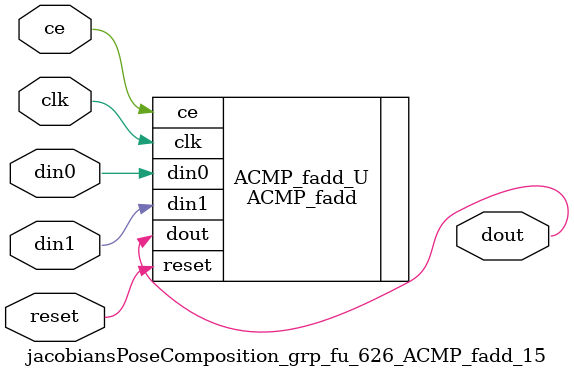
<source format=v>

`timescale 1 ns / 1 ps
module jacobiansPoseComposition_grp_fu_626_ACMP_fadd_15(
    clk,
    reset,
    ce,
    din0,
    din1,
    dout);

parameter ID = 32'd1;
parameter NUM_STAGE = 32'd1;
parameter din0_WIDTH = 32'd1;
parameter din1_WIDTH = 32'd1;
parameter dout_WIDTH = 32'd1;
input clk;
input reset;
input ce;
input[din0_WIDTH - 1:0] din0;
input[din1_WIDTH - 1:0] din1;
output[dout_WIDTH - 1:0] dout;



ACMP_fadd #(
.ID( ID ),
.NUM_STAGE( 4 ),
.din0_WIDTH( din0_WIDTH ),
.din1_WIDTH( din1_WIDTH ),
.dout_WIDTH( dout_WIDTH ))
ACMP_fadd_U(
    .clk( clk ),
    .reset( reset ),
    .ce( ce ),
    .din0( din0 ),
    .din1( din1 ),
    .dout( dout ));

endmodule

</source>
